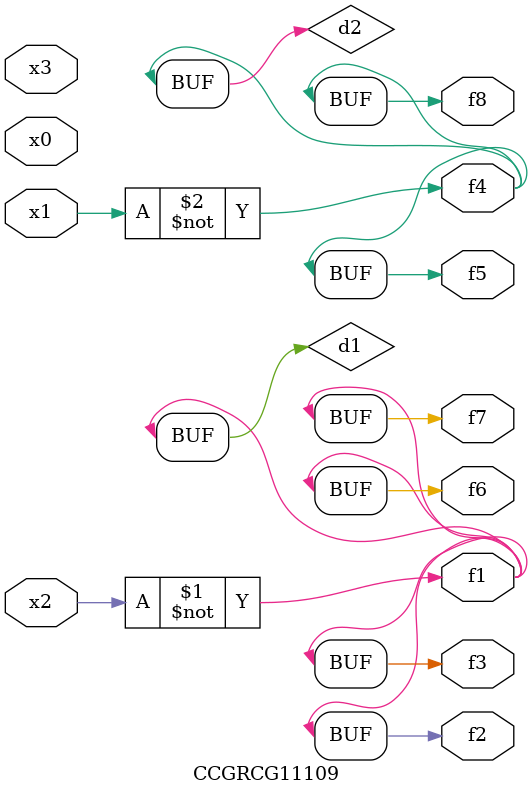
<source format=v>
module CCGRCG11109(
	input x0, x1, x2, x3,
	output f1, f2, f3, f4, f5, f6, f7, f8
);

	wire d1, d2;

	xnor (d1, x2);
	not (d2, x1);
	assign f1 = d1;
	assign f2 = d1;
	assign f3 = d1;
	assign f4 = d2;
	assign f5 = d2;
	assign f6 = d1;
	assign f7 = d1;
	assign f8 = d2;
endmodule

</source>
